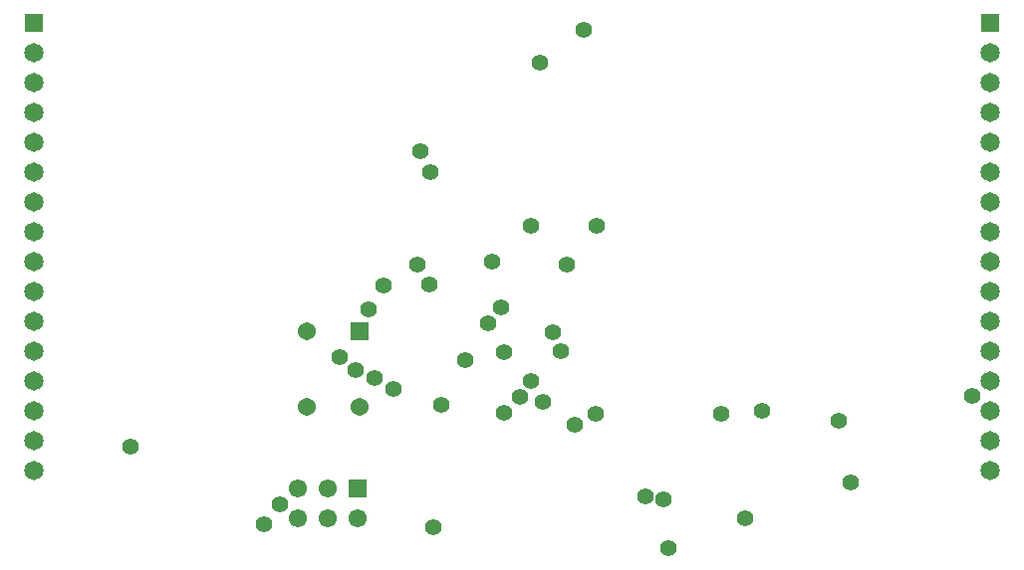
<source format=gbs>
%FSTAX23Y23*%
%MOIN*%
%SFA1B1*%

%IPPOS*%
%ADD32C,0.061020*%
%ADD33R,0.061020X0.061020*%
%ADD34C,0.060630*%
%ADD35R,0.060630X0.060630*%
%ADD62C,0.064960*%
%ADD63R,0.064960X0.064960*%
%ADD64C,0.055910*%
%LNcarduino-1*%
%LPD*%
G54D32*
X0096Y00173D03*
Y00273D03*
X0106Y00173D03*
Y00273D03*
X0116Y00173D03*
G54D33*
X0116Y00273D03*
G54D34*
X00987Y00545D03*
Y008D03*
X01164Y00545D03*
G54D35*
X01164Y008D03*
G54D62*
X03276Y00333D03*
Y00433D03*
Y00533D03*
Y00633D03*
Y00733D03*
Y00833D03*
Y00933D03*
Y01033D03*
Y01133D03*
Y01233D03*
Y01333D03*
Y01433D03*
Y01533D03*
Y01633D03*
Y01733D03*
X00076Y00333D03*
Y00433D03*
Y00533D03*
Y00633D03*
Y00733D03*
Y00833D03*
Y00933D03*
Y01033D03*
Y01133D03*
Y01233D03*
Y01333D03*
Y01433D03*
Y01533D03*
Y01633D03*
Y01733D03*
G54D63*
X03276Y01833D03*
X00076D03*
G54D64*
X01648Y00527D03*
X01737Y00633D03*
X01701Y0058D03*
X00899Y0022D03*
X01279Y00606D03*
X01195Y00872D03*
X01885Y00485D03*
X02456Y00174D03*
X01216Y00642D03*
X01245Y00954D03*
X01769Y017D03*
X01596Y00827D03*
X0164Y00879D03*
X03216Y00583D03*
X02121Y00247D03*
X01956Y00522D03*
X02376D03*
X01438Y00554D03*
X00844Y00152D03*
X01398Y00955D03*
X0174Y01153D03*
X0196D03*
X01916Y01809D03*
X0186Y01023D03*
X01152Y00669D03*
X0281Y00293D03*
X01401Y01333D03*
X0137Y01403D03*
X02183Y00236D03*
X022Y00073D03*
X0277Y00499D03*
X0152Y00703D03*
X0165Y0073D03*
X01413Y00143D03*
X011Y00713D03*
X0184Y00733D03*
X01813Y00797D03*
X0136Y01023D03*
X02512Y00533D03*
X0178Y00563D03*
X0161Y01033D03*
X004Y00413D03*
M02*
</source>
